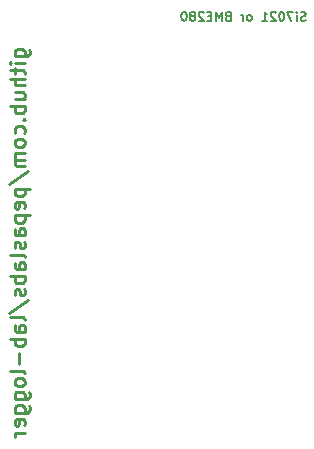
<source format=gbo>
G04 (created by PCBNEW (22-Jun-2014 BZR 4027)-stable) date Mon 12 Jun 2017 10:58:34 PM CDT*
%MOIN*%
G04 Gerber Fmt 3.4, Leading zero omitted, Abs format*
%FSLAX34Y34*%
G01*
G70*
G90*
G04 APERTURE LIST*
%ADD10C,0.00590551*%
%ADD11C,0.006*%
%ADD12C,0.01*%
G04 APERTURE END LIST*
G54D10*
G54D11*
X75321Y-45357D02*
X75278Y-45371D01*
X75207Y-45371D01*
X75178Y-45357D01*
X75164Y-45342D01*
X75149Y-45314D01*
X75149Y-45285D01*
X75164Y-45257D01*
X75178Y-45242D01*
X75207Y-45228D01*
X75264Y-45214D01*
X75292Y-45200D01*
X75307Y-45185D01*
X75321Y-45157D01*
X75321Y-45128D01*
X75307Y-45100D01*
X75292Y-45085D01*
X75264Y-45071D01*
X75192Y-45071D01*
X75149Y-45085D01*
X75021Y-45371D02*
X75021Y-45171D01*
X75021Y-45071D02*
X75035Y-45085D01*
X75021Y-45100D01*
X75007Y-45085D01*
X75021Y-45071D01*
X75021Y-45100D01*
X74907Y-45071D02*
X74707Y-45071D01*
X74835Y-45371D01*
X74535Y-45071D02*
X74507Y-45071D01*
X74478Y-45085D01*
X74464Y-45100D01*
X74449Y-45128D01*
X74435Y-45185D01*
X74435Y-45257D01*
X74449Y-45314D01*
X74464Y-45342D01*
X74478Y-45357D01*
X74507Y-45371D01*
X74535Y-45371D01*
X74564Y-45357D01*
X74578Y-45342D01*
X74592Y-45314D01*
X74607Y-45257D01*
X74607Y-45185D01*
X74592Y-45128D01*
X74578Y-45100D01*
X74564Y-45085D01*
X74535Y-45071D01*
X74321Y-45100D02*
X74307Y-45085D01*
X74278Y-45071D01*
X74207Y-45071D01*
X74178Y-45085D01*
X74164Y-45100D01*
X74150Y-45128D01*
X74150Y-45157D01*
X74164Y-45200D01*
X74335Y-45371D01*
X74150Y-45371D01*
X73864Y-45371D02*
X74035Y-45371D01*
X73950Y-45371D02*
X73950Y-45071D01*
X73978Y-45114D01*
X74007Y-45142D01*
X74035Y-45157D01*
X73464Y-45371D02*
X73492Y-45357D01*
X73507Y-45342D01*
X73521Y-45314D01*
X73521Y-45228D01*
X73507Y-45200D01*
X73492Y-45185D01*
X73464Y-45171D01*
X73421Y-45171D01*
X73392Y-45185D01*
X73378Y-45200D01*
X73364Y-45228D01*
X73364Y-45314D01*
X73378Y-45342D01*
X73392Y-45357D01*
X73421Y-45371D01*
X73464Y-45371D01*
X73235Y-45371D02*
X73235Y-45171D01*
X73235Y-45228D02*
X73221Y-45200D01*
X73207Y-45185D01*
X73178Y-45171D01*
X73150Y-45171D01*
X72721Y-45214D02*
X72678Y-45228D01*
X72664Y-45242D01*
X72650Y-45271D01*
X72650Y-45314D01*
X72664Y-45342D01*
X72678Y-45357D01*
X72707Y-45371D01*
X72821Y-45371D01*
X72821Y-45071D01*
X72721Y-45071D01*
X72692Y-45085D01*
X72678Y-45100D01*
X72664Y-45128D01*
X72664Y-45157D01*
X72678Y-45185D01*
X72692Y-45200D01*
X72721Y-45214D01*
X72821Y-45214D01*
X72521Y-45371D02*
X72521Y-45071D01*
X72421Y-45285D01*
X72321Y-45071D01*
X72321Y-45371D01*
X72178Y-45214D02*
X72078Y-45214D01*
X72035Y-45371D02*
X72178Y-45371D01*
X72178Y-45071D01*
X72035Y-45071D01*
X71921Y-45100D02*
X71907Y-45085D01*
X71878Y-45071D01*
X71807Y-45071D01*
X71778Y-45085D01*
X71764Y-45100D01*
X71750Y-45128D01*
X71750Y-45157D01*
X71764Y-45200D01*
X71935Y-45371D01*
X71750Y-45371D01*
X71578Y-45200D02*
X71607Y-45185D01*
X71621Y-45171D01*
X71635Y-45142D01*
X71635Y-45128D01*
X71621Y-45100D01*
X71607Y-45085D01*
X71578Y-45071D01*
X71521Y-45071D01*
X71492Y-45085D01*
X71478Y-45100D01*
X71464Y-45128D01*
X71464Y-45142D01*
X71478Y-45171D01*
X71492Y-45185D01*
X71521Y-45200D01*
X71578Y-45200D01*
X71607Y-45214D01*
X71621Y-45228D01*
X71635Y-45257D01*
X71635Y-45314D01*
X71621Y-45342D01*
X71607Y-45357D01*
X71578Y-45371D01*
X71521Y-45371D01*
X71492Y-45357D01*
X71478Y-45342D01*
X71464Y-45314D01*
X71464Y-45257D01*
X71478Y-45228D01*
X71492Y-45214D01*
X71521Y-45200D01*
X71278Y-45071D02*
X71250Y-45071D01*
X71221Y-45085D01*
X71207Y-45100D01*
X71192Y-45128D01*
X71178Y-45185D01*
X71178Y-45257D01*
X71192Y-45314D01*
X71207Y-45342D01*
X71221Y-45357D01*
X71250Y-45371D01*
X71278Y-45371D01*
X71307Y-45357D01*
X71321Y-45342D01*
X71335Y-45314D01*
X71350Y-45257D01*
X71350Y-45185D01*
X71335Y-45128D01*
X71321Y-45100D01*
X71307Y-45085D01*
X71278Y-45071D01*
G54D12*
X65619Y-46547D02*
X66023Y-46547D01*
X66071Y-46523D01*
X66095Y-46499D01*
X66119Y-46452D01*
X66119Y-46380D01*
X66095Y-46333D01*
X65928Y-46547D02*
X65952Y-46499D01*
X65952Y-46404D01*
X65928Y-46357D01*
X65904Y-46333D01*
X65857Y-46309D01*
X65714Y-46309D01*
X65666Y-46333D01*
X65642Y-46357D01*
X65619Y-46404D01*
X65619Y-46499D01*
X65642Y-46547D01*
X65952Y-46785D02*
X65619Y-46785D01*
X65452Y-46785D02*
X65476Y-46761D01*
X65500Y-46785D01*
X65476Y-46809D01*
X65452Y-46785D01*
X65500Y-46785D01*
X65619Y-46952D02*
X65619Y-47142D01*
X65452Y-47023D02*
X65880Y-47023D01*
X65928Y-47047D01*
X65952Y-47095D01*
X65952Y-47142D01*
X65952Y-47309D02*
X65452Y-47309D01*
X65952Y-47523D02*
X65690Y-47523D01*
X65642Y-47499D01*
X65619Y-47452D01*
X65619Y-47380D01*
X65642Y-47333D01*
X65666Y-47309D01*
X65619Y-47976D02*
X65952Y-47976D01*
X65619Y-47761D02*
X65880Y-47761D01*
X65928Y-47785D01*
X65952Y-47833D01*
X65952Y-47904D01*
X65928Y-47952D01*
X65904Y-47976D01*
X65952Y-48214D02*
X65452Y-48214D01*
X65642Y-48214D02*
X65619Y-48261D01*
X65619Y-48357D01*
X65642Y-48404D01*
X65666Y-48428D01*
X65714Y-48452D01*
X65857Y-48452D01*
X65904Y-48428D01*
X65928Y-48404D01*
X65952Y-48357D01*
X65952Y-48261D01*
X65928Y-48214D01*
X65904Y-48666D02*
X65928Y-48690D01*
X65952Y-48666D01*
X65928Y-48642D01*
X65904Y-48666D01*
X65952Y-48666D01*
X65928Y-49119D02*
X65952Y-49071D01*
X65952Y-48976D01*
X65928Y-48928D01*
X65904Y-48904D01*
X65857Y-48880D01*
X65714Y-48880D01*
X65666Y-48904D01*
X65642Y-48928D01*
X65619Y-48976D01*
X65619Y-49071D01*
X65642Y-49119D01*
X65952Y-49404D02*
X65928Y-49357D01*
X65904Y-49333D01*
X65857Y-49309D01*
X65714Y-49309D01*
X65666Y-49333D01*
X65642Y-49357D01*
X65619Y-49404D01*
X65619Y-49476D01*
X65642Y-49523D01*
X65666Y-49547D01*
X65714Y-49571D01*
X65857Y-49571D01*
X65904Y-49547D01*
X65928Y-49523D01*
X65952Y-49476D01*
X65952Y-49404D01*
X65952Y-49785D02*
X65619Y-49785D01*
X65666Y-49785D02*
X65642Y-49809D01*
X65619Y-49857D01*
X65619Y-49928D01*
X65642Y-49976D01*
X65690Y-50000D01*
X65952Y-50000D01*
X65690Y-50000D02*
X65642Y-50023D01*
X65619Y-50071D01*
X65619Y-50142D01*
X65642Y-50190D01*
X65690Y-50214D01*
X65952Y-50214D01*
X65428Y-50809D02*
X66071Y-50380D01*
X65619Y-50976D02*
X66119Y-50976D01*
X65642Y-50976D02*
X65619Y-51023D01*
X65619Y-51119D01*
X65642Y-51166D01*
X65666Y-51190D01*
X65714Y-51214D01*
X65857Y-51214D01*
X65904Y-51190D01*
X65928Y-51166D01*
X65952Y-51119D01*
X65952Y-51023D01*
X65928Y-50976D01*
X65928Y-51619D02*
X65952Y-51571D01*
X65952Y-51476D01*
X65928Y-51428D01*
X65880Y-51404D01*
X65690Y-51404D01*
X65642Y-51428D01*
X65619Y-51476D01*
X65619Y-51571D01*
X65642Y-51619D01*
X65690Y-51642D01*
X65738Y-51642D01*
X65785Y-51404D01*
X65619Y-51857D02*
X66119Y-51857D01*
X65642Y-51857D02*
X65619Y-51904D01*
X65619Y-52000D01*
X65642Y-52047D01*
X65666Y-52071D01*
X65714Y-52095D01*
X65857Y-52095D01*
X65904Y-52071D01*
X65928Y-52047D01*
X65952Y-52000D01*
X65952Y-51904D01*
X65928Y-51857D01*
X65952Y-52523D02*
X65690Y-52523D01*
X65642Y-52500D01*
X65619Y-52452D01*
X65619Y-52357D01*
X65642Y-52309D01*
X65928Y-52523D02*
X65952Y-52476D01*
X65952Y-52357D01*
X65928Y-52309D01*
X65880Y-52285D01*
X65833Y-52285D01*
X65785Y-52309D01*
X65761Y-52357D01*
X65761Y-52476D01*
X65738Y-52523D01*
X65928Y-52738D02*
X65952Y-52785D01*
X65952Y-52880D01*
X65928Y-52928D01*
X65880Y-52952D01*
X65857Y-52952D01*
X65809Y-52928D01*
X65785Y-52880D01*
X65785Y-52809D01*
X65761Y-52761D01*
X65714Y-52738D01*
X65690Y-52738D01*
X65642Y-52761D01*
X65619Y-52809D01*
X65619Y-52880D01*
X65642Y-52928D01*
X65952Y-53238D02*
X65928Y-53190D01*
X65880Y-53166D01*
X65452Y-53166D01*
X65952Y-53642D02*
X65690Y-53642D01*
X65642Y-53619D01*
X65619Y-53571D01*
X65619Y-53476D01*
X65642Y-53428D01*
X65928Y-53642D02*
X65952Y-53595D01*
X65952Y-53476D01*
X65928Y-53428D01*
X65880Y-53404D01*
X65833Y-53404D01*
X65785Y-53428D01*
X65761Y-53476D01*
X65761Y-53595D01*
X65738Y-53642D01*
X65952Y-53880D02*
X65452Y-53880D01*
X65642Y-53880D02*
X65619Y-53928D01*
X65619Y-54023D01*
X65642Y-54071D01*
X65666Y-54095D01*
X65714Y-54119D01*
X65857Y-54119D01*
X65904Y-54095D01*
X65928Y-54071D01*
X65952Y-54023D01*
X65952Y-53928D01*
X65928Y-53880D01*
X65928Y-54309D02*
X65952Y-54357D01*
X65952Y-54452D01*
X65928Y-54500D01*
X65880Y-54523D01*
X65857Y-54523D01*
X65809Y-54500D01*
X65785Y-54452D01*
X65785Y-54380D01*
X65761Y-54333D01*
X65714Y-54309D01*
X65690Y-54309D01*
X65642Y-54333D01*
X65619Y-54380D01*
X65619Y-54452D01*
X65642Y-54500D01*
X65428Y-55095D02*
X66071Y-54666D01*
X65952Y-55333D02*
X65928Y-55285D01*
X65880Y-55261D01*
X65452Y-55261D01*
X65952Y-55738D02*
X65690Y-55738D01*
X65642Y-55714D01*
X65619Y-55666D01*
X65619Y-55571D01*
X65642Y-55523D01*
X65928Y-55738D02*
X65952Y-55690D01*
X65952Y-55571D01*
X65928Y-55523D01*
X65880Y-55500D01*
X65833Y-55500D01*
X65785Y-55523D01*
X65761Y-55571D01*
X65761Y-55690D01*
X65738Y-55738D01*
X65952Y-55976D02*
X65452Y-55976D01*
X65642Y-55976D02*
X65619Y-56023D01*
X65619Y-56119D01*
X65642Y-56166D01*
X65666Y-56190D01*
X65714Y-56214D01*
X65857Y-56214D01*
X65904Y-56190D01*
X65928Y-56166D01*
X65952Y-56119D01*
X65952Y-56023D01*
X65928Y-55976D01*
X65761Y-56428D02*
X65761Y-56809D01*
X65952Y-57119D02*
X65928Y-57071D01*
X65880Y-57047D01*
X65452Y-57047D01*
X65952Y-57380D02*
X65928Y-57333D01*
X65904Y-57309D01*
X65857Y-57285D01*
X65714Y-57285D01*
X65666Y-57309D01*
X65642Y-57333D01*
X65619Y-57380D01*
X65619Y-57452D01*
X65642Y-57500D01*
X65666Y-57523D01*
X65714Y-57547D01*
X65857Y-57547D01*
X65904Y-57523D01*
X65928Y-57500D01*
X65952Y-57452D01*
X65952Y-57380D01*
X65619Y-57976D02*
X66023Y-57976D01*
X66071Y-57952D01*
X66095Y-57928D01*
X66119Y-57880D01*
X66119Y-57809D01*
X66095Y-57761D01*
X65928Y-57976D02*
X65952Y-57928D01*
X65952Y-57833D01*
X65928Y-57785D01*
X65904Y-57761D01*
X65857Y-57738D01*
X65714Y-57738D01*
X65666Y-57761D01*
X65642Y-57785D01*
X65619Y-57833D01*
X65619Y-57928D01*
X65642Y-57976D01*
X65619Y-58428D02*
X66023Y-58428D01*
X66071Y-58404D01*
X66095Y-58380D01*
X66119Y-58333D01*
X66119Y-58261D01*
X66095Y-58214D01*
X65928Y-58428D02*
X65952Y-58380D01*
X65952Y-58285D01*
X65928Y-58238D01*
X65904Y-58214D01*
X65857Y-58190D01*
X65714Y-58190D01*
X65666Y-58214D01*
X65642Y-58238D01*
X65619Y-58285D01*
X65619Y-58380D01*
X65642Y-58428D01*
X65928Y-58857D02*
X65952Y-58809D01*
X65952Y-58714D01*
X65928Y-58666D01*
X65880Y-58642D01*
X65690Y-58642D01*
X65642Y-58666D01*
X65619Y-58714D01*
X65619Y-58809D01*
X65642Y-58857D01*
X65690Y-58880D01*
X65738Y-58880D01*
X65785Y-58642D01*
X65952Y-59095D02*
X65619Y-59095D01*
X65714Y-59095D02*
X65666Y-59119D01*
X65642Y-59142D01*
X65619Y-59190D01*
X65619Y-59238D01*
M02*

</source>
